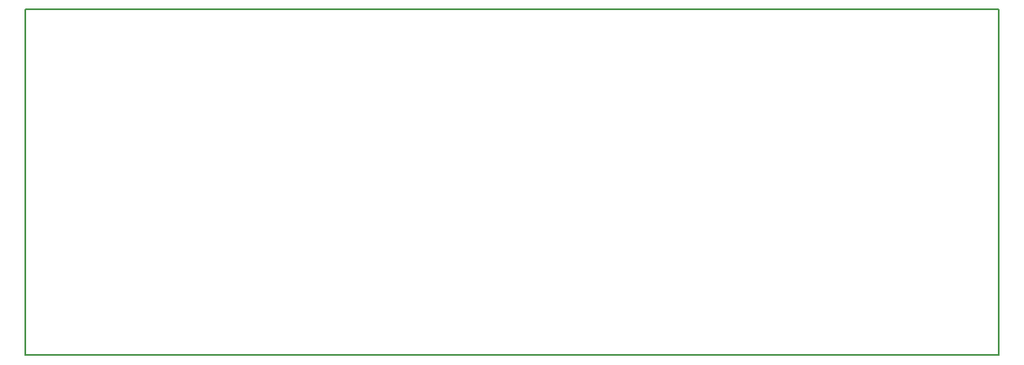
<source format=gm1>
G04 MADE WITH FRITZING*
G04 WWW.FRITZING.ORG*
G04 DOUBLE SIDED*
G04 HOLES PLATED*
G04 CONTOUR ON CENTER OF CONTOUR VECTOR*
%ASAXBY*%
%FSLAX23Y23*%
%MOIN*%
%OFA0B0*%
%SFA1.0B1.0*%
%ADD10R,3.858270X1.377950*%
%ADD11C,0.008000*%
%ADD10C,0.008*%
%LNCONTOUR*%
G90*
G70*
G54D10*
G54D11*
X4Y1374D02*
X3854Y1374D01*
X3854Y4D01*
X4Y4D01*
X4Y1374D01*
D02*
G04 End of contour*
M02*
</source>
